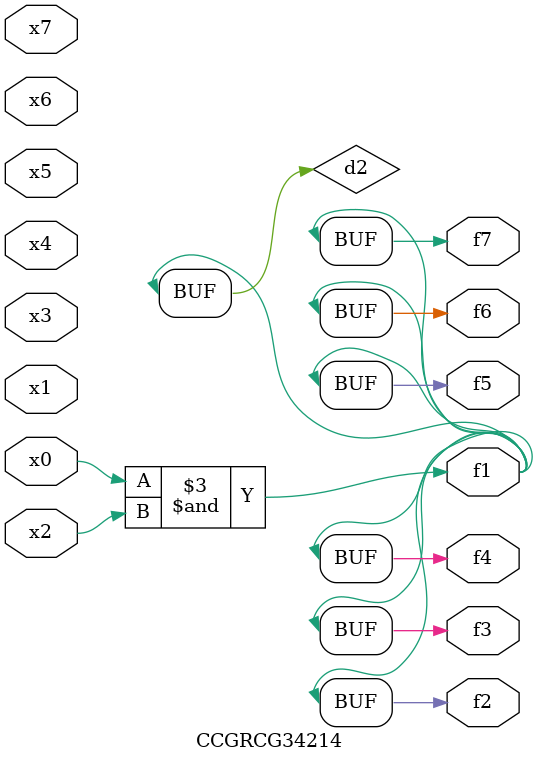
<source format=v>
module CCGRCG34214(
	input x0, x1, x2, x3, x4, x5, x6, x7,
	output f1, f2, f3, f4, f5, f6, f7
);

	wire d1, d2;

	nor (d1, x3, x6);
	and (d2, x0, x2);
	assign f1 = d2;
	assign f2 = d2;
	assign f3 = d2;
	assign f4 = d2;
	assign f5 = d2;
	assign f6 = d2;
	assign f7 = d2;
endmodule

</source>
